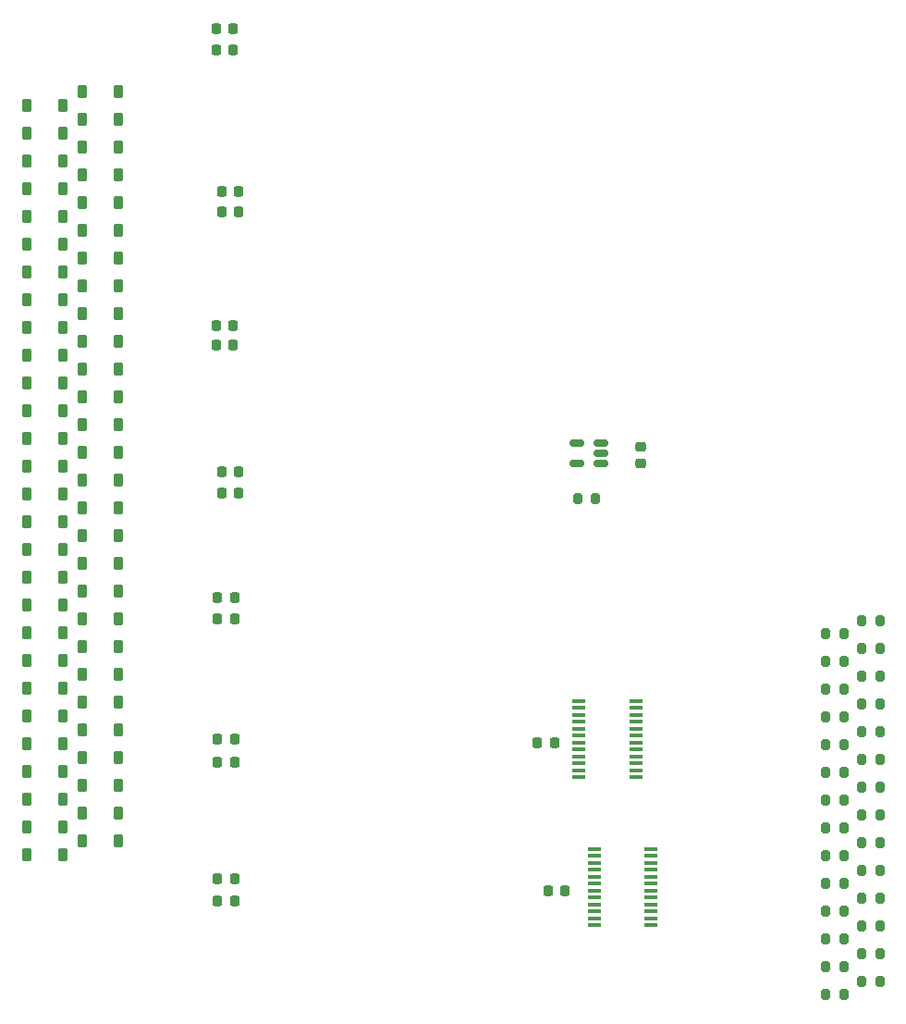
<source format=gbr>
%TF.GenerationSoftware,KiCad,Pcbnew,7.0.7*%
%TF.CreationDate,2023-10-12T19:01:10-04:00*%
%TF.ProjectId,PCB_final,5043425f-6669-46e6-916c-2e6b69636164,rev?*%
%TF.SameCoordinates,Original*%
%TF.FileFunction,Paste,Top*%
%TF.FilePolarity,Positive*%
%FSLAX46Y46*%
G04 Gerber Fmt 4.6, Leading zero omitted, Abs format (unit mm)*
G04 Created by KiCad (PCBNEW 7.0.7) date 2023-10-12 19:01:10*
%MOMM*%
%LPD*%
G01*
G04 APERTURE LIST*
G04 Aperture macros list*
%AMRoundRect*
0 Rectangle with rounded corners*
0 $1 Rounding radius*
0 $2 $3 $4 $5 $6 $7 $8 $9 X,Y pos of 4 corners*
0 Add a 4 corners polygon primitive as box body*
4,1,4,$2,$3,$4,$5,$6,$7,$8,$9,$2,$3,0*
0 Add four circle primitives for the rounded corners*
1,1,$1+$1,$2,$3*
1,1,$1+$1,$4,$5*
1,1,$1+$1,$6,$7*
1,1,$1+$1,$8,$9*
0 Add four rect primitives between the rounded corners*
20,1,$1+$1,$2,$3,$4,$5,0*
20,1,$1+$1,$4,$5,$6,$7,0*
20,1,$1+$1,$6,$7,$8,$9,0*
20,1,$1+$1,$8,$9,$2,$3,0*%
G04 Aperture macros list end*
%ADD10RoundRect,0.225000X0.225000X0.250000X-0.225000X0.250000X-0.225000X-0.250000X0.225000X-0.250000X0*%
%ADD11RoundRect,0.225000X-0.225000X-0.375000X0.225000X-0.375000X0.225000X0.375000X-0.225000X0.375000X0*%
%ADD12RoundRect,0.200000X-0.200000X-0.275000X0.200000X-0.275000X0.200000X0.275000X-0.200000X0.275000X0*%
%ADD13RoundRect,0.225000X0.250000X-0.225000X0.250000X0.225000X-0.250000X0.225000X-0.250000X-0.225000X0*%
%ADD14R,1.200000X0.400000*%
%ADD15RoundRect,0.150000X0.512500X0.150000X-0.512500X0.150000X-0.512500X-0.150000X0.512500X-0.150000X0*%
G04 APERTURE END LIST*
D10*
%TO.C,C8*%
X122168708Y-106429455D03*
X120618708Y-106429455D03*
%TD*%
D11*
%TO.C,D35*%
X102725708Y-86201727D03*
X106025708Y-86201727D03*
%TD*%
%TO.C,D36*%
X102725708Y-88741727D03*
X106025708Y-88741727D03*
%TD*%
%TO.C,D2*%
X107805708Y-72231727D03*
X111105708Y-72231727D03*
%TD*%
D12*
%TO.C,R3*%
X175928328Y-149797397D03*
X177578328Y-149797397D03*
%TD*%
D11*
%TO.C,D54*%
X102725708Y-134461727D03*
X106025708Y-134461727D03*
%TD*%
D10*
%TO.C,C9*%
X121787186Y-116054020D03*
X120237186Y-116054020D03*
%TD*%
D11*
%TO.C,D18*%
X107805708Y-112871727D03*
X111105708Y-112871727D03*
%TD*%
%TO.C,D45*%
X102725708Y-111601727D03*
X106025708Y-111601727D03*
%TD*%
%TO.C,D25*%
X107805708Y-130651727D03*
X111105708Y-130651727D03*
%TD*%
%TO.C,D15*%
X107805708Y-105251727D03*
X111105708Y-105251727D03*
%TD*%
D12*
%TO.C,R13*%
X175928328Y-137097397D03*
X177578328Y-137097397D03*
%TD*%
D10*
%TO.C,C14*%
X121787186Y-143780959D03*
X120237186Y-143780959D03*
%TD*%
D11*
%TO.C,D11*%
X107805708Y-95091727D03*
X111105708Y-95091727D03*
%TD*%
%TO.C,D31*%
X102725708Y-76041727D03*
X106025708Y-76041727D03*
%TD*%
%TO.C,D55*%
X102725708Y-137001727D03*
X106025708Y-137001727D03*
%TD*%
D12*
%TO.C,R18*%
X179226682Y-130831965D03*
X180876682Y-130831965D03*
%TD*%
D11*
%TO.C,D10*%
X107805708Y-92551727D03*
X111105708Y-92551727D03*
%TD*%
%TO.C,D30*%
X102725708Y-73501727D03*
X106025708Y-73501727D03*
%TD*%
%TO.C,D43*%
X102725708Y-106521727D03*
X106025708Y-106521727D03*
%TD*%
D12*
%TO.C,R27*%
X175928328Y-119317397D03*
X177578328Y-119317397D03*
%TD*%
%TO.C,R20*%
X179226682Y-128291965D03*
X180876682Y-128291965D03*
%TD*%
D11*
%TO.C,D56*%
X106025708Y-139541727D03*
X102725708Y-139541727D03*
%TD*%
D10*
%TO.C,C10*%
X121787186Y-117926861D03*
X120237186Y-117926861D03*
%TD*%
D12*
%TO.C,R25*%
X175928328Y-121857397D03*
X177578328Y-121857397D03*
%TD*%
%TO.C,R9*%
X175928328Y-142177397D03*
X177578328Y-142177397D03*
%TD*%
D11*
%TO.C,D19*%
X107805708Y-115411727D03*
X111105708Y-115411727D03*
%TD*%
%TO.C,D9*%
X107805708Y-90011727D03*
X111105708Y-90011727D03*
%TD*%
D12*
%TO.C,R26*%
X179226682Y-120671965D03*
X180876682Y-120671965D03*
%TD*%
D10*
%TO.C,C2*%
X121660708Y-65881727D03*
X120110708Y-65881727D03*
%TD*%
D12*
%TO.C,R24*%
X179226682Y-123211965D03*
X180876682Y-123211965D03*
%TD*%
D10*
%TO.C,C16*%
X151058528Y-129294598D03*
X149508528Y-129294598D03*
%TD*%
D12*
%TO.C,R11*%
X175928328Y-139637397D03*
X177578328Y-139637397D03*
%TD*%
D10*
%TO.C,C7*%
X122168708Y-104489727D03*
X120618708Y-104489727D03*
%TD*%
%TO.C,C5*%
X121630708Y-91108373D03*
X120080708Y-91108373D03*
%TD*%
D11*
%TO.C,D8*%
X107805708Y-87471727D03*
X111105708Y-87471727D03*
%TD*%
%TO.C,D44*%
X102725708Y-109061727D03*
X106025708Y-109061727D03*
%TD*%
D12*
%TO.C,R4*%
X180876682Y-148611965D03*
X179226682Y-148611965D03*
%TD*%
%TO.C,R14*%
X179226682Y-135911965D03*
X180876682Y-135911965D03*
%TD*%
D11*
%TO.C,D42*%
X102725708Y-103981727D03*
X106025708Y-103981727D03*
%TD*%
D13*
%TO.C,C17*%
X159000000Y-103775000D03*
X159000000Y-102225000D03*
%TD*%
D12*
%TO.C,R28*%
X179226682Y-118131965D03*
X180876682Y-118131965D03*
%TD*%
D11*
%TO.C,D32*%
X102725708Y-78581727D03*
X106025708Y-78581727D03*
%TD*%
D14*
%TO.C,U9*%
X158517328Y-132461897D03*
X158517328Y-131826897D03*
X158517328Y-131191897D03*
X158517328Y-130556897D03*
X158517328Y-129921897D03*
X158517328Y-129286897D03*
X158517328Y-128651897D03*
X158517328Y-128016897D03*
X158517328Y-127381897D03*
X158517328Y-126746897D03*
X158517328Y-126111897D03*
X158517328Y-125476897D03*
X153317328Y-125476897D03*
X153317328Y-126111897D03*
X153317328Y-126746897D03*
X153317328Y-127381897D03*
X153317328Y-128016897D03*
X153317328Y-128651897D03*
X153317328Y-129286897D03*
X153317328Y-129921897D03*
X153317328Y-130556897D03*
X153317328Y-131191897D03*
X153317328Y-131826897D03*
X153317328Y-132461897D03*
%TD*%
D11*
%TO.C,D5*%
X107805708Y-79851727D03*
X111105708Y-79851727D03*
%TD*%
D12*
%TO.C,R2*%
X180876682Y-151151965D03*
X179226682Y-151151965D03*
%TD*%
D11*
%TO.C,D28*%
X107805708Y-138271727D03*
X111105708Y-138271727D03*
%TD*%
D10*
%TO.C,C4*%
X122168708Y-80693704D03*
X120618708Y-80693704D03*
%TD*%
D11*
%TO.C,D47*%
X102725708Y-116681727D03*
X106025708Y-116681727D03*
%TD*%
%TO.C,D6*%
X107805708Y-82391727D03*
X111105708Y-82391727D03*
%TD*%
%TO.C,D14*%
X107805708Y-102711727D03*
X111105708Y-102711727D03*
%TD*%
%TO.C,D21*%
X107805708Y-120491727D03*
X111105708Y-120491727D03*
%TD*%
D10*
%TO.C,C12*%
X121787186Y-131056588D03*
X120237186Y-131056588D03*
%TD*%
D11*
%TO.C,D34*%
X102725708Y-83661727D03*
X106025708Y-83661727D03*
%TD*%
D12*
%TO.C,R21*%
X175928328Y-126937397D03*
X177578328Y-126937397D03*
%TD*%
D11*
%TO.C,D52*%
X102725708Y-129381727D03*
X106025708Y-129381727D03*
%TD*%
%TO.C,D53*%
X102725708Y-131921727D03*
X106025708Y-131921727D03*
%TD*%
%TO.C,D3*%
X107805708Y-74771727D03*
X111105708Y-74771727D03*
%TD*%
%TO.C,D22*%
X107805708Y-123031727D03*
X111105708Y-123031727D03*
%TD*%
D10*
%TO.C,C3*%
X122168708Y-78835727D03*
X120618708Y-78835727D03*
%TD*%
D11*
%TO.C,D17*%
X107805708Y-110331727D03*
X111105708Y-110331727D03*
%TD*%
D10*
%TO.C,C6*%
X121630708Y-92892031D03*
X120080708Y-92892031D03*
%TD*%
D12*
%TO.C,R10*%
X179226682Y-140991965D03*
X180876682Y-140991965D03*
%TD*%
D11*
%TO.C,D4*%
X107805708Y-77311727D03*
X111105708Y-77311727D03*
%TD*%
D12*
%TO.C,R12*%
X179226682Y-138451965D03*
X180876682Y-138451965D03*
%TD*%
D11*
%TO.C,D40*%
X102725708Y-98901727D03*
X106025708Y-98901727D03*
%TD*%
%TO.C,D46*%
X102725708Y-114141727D03*
X106025708Y-114141727D03*
%TD*%
%TO.C,D29*%
X102725708Y-70961727D03*
X106025708Y-70961727D03*
%TD*%
D10*
%TO.C,C15*%
X152064438Y-142825064D03*
X150514438Y-142825064D03*
%TD*%
D11*
%TO.C,D26*%
X107805708Y-133191727D03*
X111105708Y-133191727D03*
%TD*%
D12*
%TO.C,R5*%
X175928328Y-147257397D03*
X177578328Y-147257397D03*
%TD*%
%TO.C,R7*%
X175928328Y-144717397D03*
X177578328Y-144717397D03*
%TD*%
D15*
%TO.C,U10*%
X155371242Y-103768391D03*
X155371242Y-102818391D03*
X155371242Y-101868391D03*
X153096242Y-101868391D03*
X153096242Y-103768391D03*
%TD*%
D11*
%TO.C,D48*%
X102725708Y-119221727D03*
X106025708Y-119221727D03*
%TD*%
%TO.C,D41*%
X102725708Y-101441727D03*
X106025708Y-101441727D03*
%TD*%
D10*
%TO.C,C11*%
X121787186Y-128960790D03*
X120237186Y-128960790D03*
%TD*%
D11*
%TO.C,D49*%
X102725708Y-121761727D03*
X106025708Y-121761727D03*
%TD*%
D12*
%TO.C,R17*%
X175928328Y-132017397D03*
X177578328Y-132017397D03*
%TD*%
D11*
%TO.C,D12*%
X107805708Y-97659742D03*
X111105708Y-97659742D03*
%TD*%
%TO.C,D37*%
X102725708Y-91281727D03*
X106025708Y-91281727D03*
%TD*%
D12*
%TO.C,R16*%
X179226682Y-133371965D03*
X180876682Y-133371965D03*
%TD*%
%TO.C,R23*%
X175928328Y-124397397D03*
X177578328Y-124397397D03*
%TD*%
D11*
%TO.C,D38*%
X102725708Y-93821727D03*
X106025708Y-93821727D03*
%TD*%
%TO.C,D23*%
X107805708Y-125571727D03*
X111105708Y-125571727D03*
%TD*%
D10*
%TO.C,C13*%
X120237186Y-141752048D03*
X121787186Y-141752048D03*
%TD*%
D14*
%TO.C,U8*%
X159930940Y-145990940D03*
X159930940Y-145355940D03*
X159930940Y-144720940D03*
X159930940Y-144085940D03*
X159930940Y-143450940D03*
X159930940Y-142815940D03*
X159930940Y-142180940D03*
X159930940Y-141545940D03*
X159930940Y-140910940D03*
X159930940Y-140275940D03*
X159930940Y-139640940D03*
X159930940Y-139005940D03*
X154730940Y-139005940D03*
X154730940Y-139640940D03*
X154730940Y-140275940D03*
X154730940Y-140910940D03*
X154730940Y-141545940D03*
X154730940Y-142180940D03*
X154730940Y-142815940D03*
X154730940Y-143450940D03*
X154730940Y-144085940D03*
X154730940Y-144720940D03*
X154730940Y-145355940D03*
X154730940Y-145990940D03*
%TD*%
D11*
%TO.C,D20*%
X107805708Y-117951727D03*
X111105708Y-117951727D03*
%TD*%
D12*
%TO.C,R1*%
X175928328Y-152337397D03*
X177578328Y-152337397D03*
%TD*%
D11*
%TO.C,D7*%
X107805708Y-84931727D03*
X111105708Y-84931727D03*
%TD*%
%TO.C,D39*%
X102725708Y-96361727D03*
X106025708Y-96361727D03*
%TD*%
D12*
%TO.C,R8*%
X179226682Y-143531965D03*
X180876682Y-143531965D03*
%TD*%
D11*
%TO.C,D51*%
X102725708Y-126841727D03*
X106025708Y-126841727D03*
%TD*%
%TO.C,D13*%
X111105708Y-100171727D03*
X107805708Y-100171727D03*
%TD*%
D12*
%TO.C,R19*%
X175928328Y-129477397D03*
X177578328Y-129477397D03*
%TD*%
D10*
%TO.C,C1*%
X121660708Y-63976727D03*
X120110708Y-63976727D03*
%TD*%
D11*
%TO.C,D27*%
X107805708Y-135731727D03*
X111105708Y-135731727D03*
%TD*%
%TO.C,D16*%
X107805708Y-107791727D03*
X111105708Y-107791727D03*
%TD*%
D12*
%TO.C,R15*%
X175928328Y-134557397D03*
X177578328Y-134557397D03*
%TD*%
%TO.C,R29*%
X153175000Y-106948391D03*
X154825000Y-106948391D03*
%TD*%
D11*
%TO.C,D33*%
X102725708Y-81121727D03*
X106025708Y-81121727D03*
%TD*%
%TO.C,D50*%
X102725708Y-124301727D03*
X106025708Y-124301727D03*
%TD*%
%TO.C,D24*%
X107805708Y-128111727D03*
X111105708Y-128111727D03*
%TD*%
D12*
%TO.C,R22*%
X179226682Y-125751965D03*
X180876682Y-125751965D03*
%TD*%
D11*
%TO.C,D1*%
X107805708Y-69691727D03*
X111105708Y-69691727D03*
%TD*%
D12*
%TO.C,R6*%
X179226682Y-146071965D03*
X180876682Y-146071965D03*
%TD*%
M02*

</source>
